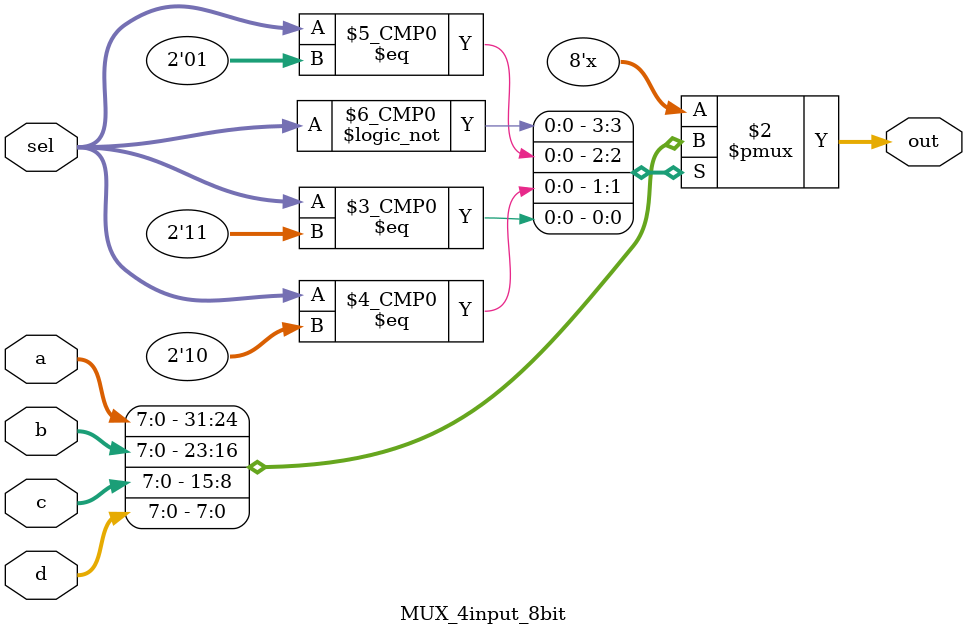
<source format=v>
module MUX_4input_8bit(
	input [7:0]a,
	input [7:0]b,
	input [7:0]c,
	input [7:0]d,
	input [1:0]sel,
	
	output reg [7:0]out
	
);

	always @ (a or b or c or d or sel) begin // https://www.javatpoint.com/verilog-multiplexer
		
		case(sel)
		
			2'b00: out <= a;
			2'b01: out <= b;
			2'b10: out <= c;
			2'b11: out <= d;
		
		endcase
		
	end

endmodule
</source>
